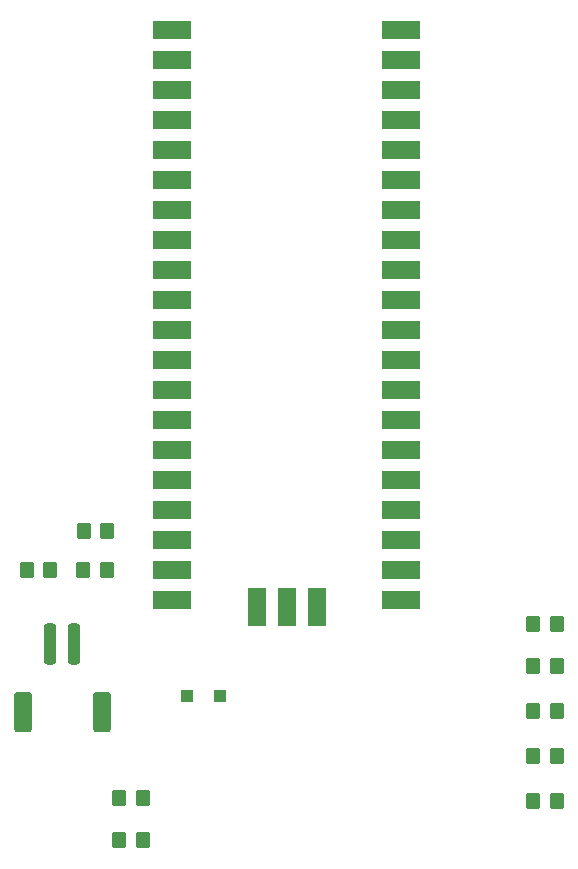
<source format=gbr>
%TF.GenerationSoftware,KiCad,Pcbnew,(6.0.0)*%
%TF.CreationDate,2022-01-21T17:49:11+00:00*%
%TF.ProjectId,molly-the-mermaid,6d6f6c6c-792d-4746-9865-2d6d65726d61,rev?*%
%TF.SameCoordinates,Original*%
%TF.FileFunction,Paste,Bot*%
%TF.FilePolarity,Positive*%
%FSLAX46Y46*%
G04 Gerber Fmt 4.6, Leading zero omitted, Abs format (unit mm)*
G04 Created by KiCad (PCBNEW (6.0.0)) date 2022-01-21 17:49:11*
%MOMM*%
%LPD*%
G01*
G04 APERTURE LIST*
G04 Aperture macros list*
%AMRoundRect*
0 Rectangle with rounded corners*
0 $1 Rounding radius*
0 $2 $3 $4 $5 $6 $7 $8 $9 X,Y pos of 4 corners*
0 Add a 4 corners polygon primitive as box body*
4,1,4,$2,$3,$4,$5,$6,$7,$8,$9,$2,$3,0*
0 Add four circle primitives for the rounded corners*
1,1,$1+$1,$2,$3*
1,1,$1+$1,$4,$5*
1,1,$1+$1,$6,$7*
1,1,$1+$1,$8,$9*
0 Add four rect primitives between the rounded corners*
20,1,$1+$1,$2,$3,$4,$5,0*
20,1,$1+$1,$4,$5,$6,$7,0*
20,1,$1+$1,$6,$7,$8,$9,0*
20,1,$1+$1,$8,$9,$2,$3,0*%
G04 Aperture macros list end*
%ADD10R,1.600200X3.200400*%
%ADD11R,3.200400X1.600200*%
%ADD12RoundRect,0.250000X0.350000X0.450000X-0.350000X0.450000X-0.350000X-0.450000X0.350000X-0.450000X0*%
%ADD13R,1.100000X1.100000*%
%ADD14RoundRect,0.250000X0.250000X1.500000X-0.250000X1.500000X-0.250000X-1.500000X0.250000X-1.500000X0*%
%ADD15RoundRect,0.250001X0.499999X1.449999X-0.499999X1.449999X-0.499999X-1.449999X0.499999X-1.449999X0*%
G04 APERTURE END LIST*
D10*
%TO.C,U1*%
X217385900Y-101152960D03*
X219925900Y-101152960D03*
X222465900Y-101152960D03*
D11*
X210235800Y-52324000D03*
X210235800Y-54864000D03*
X210235800Y-57404000D03*
X210235800Y-59944000D03*
X210235800Y-62484000D03*
X210235800Y-65024000D03*
X210235800Y-67564000D03*
X210235800Y-70104000D03*
X210235800Y-72644000D03*
X210235800Y-75184000D03*
X210235800Y-77724000D03*
X210235800Y-80264000D03*
X210235800Y-82804000D03*
X210235800Y-85344000D03*
X210235800Y-87884000D03*
X210235800Y-90424000D03*
X210235800Y-92964000D03*
X210235800Y-95504000D03*
X210235800Y-98044000D03*
X210235800Y-100584000D03*
X229616000Y-100584000D03*
X229616000Y-98044000D03*
X229616000Y-95504000D03*
X229616000Y-92964000D03*
X229616000Y-90424000D03*
X229616000Y-87884000D03*
X229616000Y-85344000D03*
X229616000Y-82804000D03*
X229616000Y-80264000D03*
X229616000Y-77724000D03*
X229616000Y-75184000D03*
X229616000Y-72644000D03*
X229616000Y-70104000D03*
X229616000Y-67564000D03*
X229616000Y-65024000D03*
X229616000Y-62484000D03*
X229616000Y-59944000D03*
X229616000Y-57404000D03*
X229616000Y-54864000D03*
X229616000Y-52324000D03*
%TD*%
D12*
%TO.C,R10*%
X242808000Y-102616000D03*
X240808000Y-102616000D03*
%TD*%
%TO.C,R9*%
X242792000Y-106172000D03*
X240792000Y-106172000D03*
%TD*%
%TO.C,R8*%
X242808000Y-109982000D03*
X240808000Y-109982000D03*
%TD*%
%TO.C,R7*%
X242808000Y-113792000D03*
X240808000Y-113792000D03*
%TD*%
%TO.C,R6*%
X242808000Y-117602000D03*
X240808000Y-117602000D03*
%TD*%
%TO.C,R5*%
X207756000Y-120904000D03*
X205756000Y-120904000D03*
%TD*%
%TO.C,R4*%
X207756000Y-117348000D03*
X205756000Y-117348000D03*
%TD*%
%TO.C,R3*%
X199898000Y-98044000D03*
X197898000Y-98044000D03*
%TD*%
%TO.C,R2*%
X204708000Y-98044000D03*
X202708000Y-98044000D03*
%TD*%
%TO.C,R1*%
X204724000Y-94742000D03*
X202724000Y-94742000D03*
%TD*%
D13*
%TO.C,D1*%
X214252000Y-108712000D03*
X211452000Y-108712000D03*
%TD*%
D14*
%TO.C,Battery*%
X201914000Y-104338000D03*
X199914000Y-104338000D03*
D15*
X204264000Y-110088000D03*
X197564000Y-110088000D03*
%TD*%
M02*

</source>
